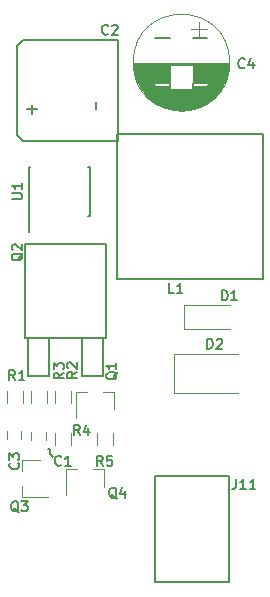
<source format=gto>
%TF.GenerationSoftware,KiCad,Pcbnew,4.0.7*%
%TF.CreationDate,2017-11-16T21:22:26+08:00*%
%TF.ProjectId,nixie_tube,6E697869655F747562652E6B69636164,rev?*%
%TF.FileFunction,Legend,Top*%
%FSLAX46Y46*%
G04 Gerber Fmt 4.6, Leading zero omitted, Abs format (unit mm)*
G04 Created by KiCad (PCBNEW 4.0.7) date 11/16/17 21:22:26*
%MOMM*%
%LPD*%
G01*
G04 APERTURE LIST*
%ADD10C,0.100000*%
%ADD11C,0.153000*%
%ADD12C,0.150000*%
%ADD13C,0.120000*%
G04 APERTURE END LIST*
D10*
D11*
X4100000Y-45050000D02*
X3950000Y-45050000D01*
X4100000Y-45500000D02*
X4100000Y-45050000D01*
X4100000Y-45500000D02*
X4400000Y-45750000D01*
D12*
X6811000Y-35676000D02*
X6811000Y-38851000D01*
X6811000Y-38851000D02*
X8589000Y-38851000D01*
X8589000Y-38851000D02*
X8589000Y-35676000D01*
X2239000Y-35676000D02*
X2239000Y-38851000D01*
X2239000Y-38851000D02*
X4017000Y-38851000D01*
X4017000Y-38851000D02*
X4017000Y-35676000D01*
X8843000Y-29580000D02*
X8843000Y-35676000D01*
X8843000Y-35676000D02*
X1985000Y-35676000D01*
X1985000Y-35676000D02*
X1985000Y-27802000D01*
X1985000Y-27675000D02*
X8843000Y-27675000D01*
X8843000Y-27802000D02*
X8843000Y-29580000D01*
X18860000Y-14220000D02*
X17510000Y-14220000D01*
X11660000Y-14220000D02*
X13060000Y-14220000D01*
X14260000Y-14070000D02*
X14260000Y-14370000D01*
X16260000Y-14080000D02*
X16260000Y-14470000D01*
X14260000Y-10220000D02*
X13060000Y-10220000D01*
X17460000Y-10220000D02*
X16260000Y-10220000D01*
D13*
X19350000Y-12345000D02*
G75*
G03X19350000Y-12345000I-4090000J0D01*
G01*
X19310000Y-12345000D02*
X11210000Y-12345000D01*
X19310000Y-12385000D02*
X11210000Y-12385000D01*
X19310000Y-12425000D02*
X11210000Y-12425000D01*
X19309000Y-12465000D02*
X11211000Y-12465000D01*
X19307000Y-12505000D02*
X11213000Y-12505000D01*
X19306000Y-12545000D02*
X11214000Y-12545000D01*
X19303000Y-12585000D02*
X11217000Y-12585000D01*
X19301000Y-12625000D02*
X16240000Y-12625000D01*
X14280000Y-12625000D02*
X11219000Y-12625000D01*
X19298000Y-12665000D02*
X16240000Y-12665000D01*
X14280000Y-12665000D02*
X11222000Y-12665000D01*
X19295000Y-12705000D02*
X16240000Y-12705000D01*
X14280000Y-12705000D02*
X11225000Y-12705000D01*
X19291000Y-12745000D02*
X16240000Y-12745000D01*
X14280000Y-12745000D02*
X11229000Y-12745000D01*
X19287000Y-12785000D02*
X16240000Y-12785000D01*
X14280000Y-12785000D02*
X11233000Y-12785000D01*
X19282000Y-12825000D02*
X16240000Y-12825000D01*
X14280000Y-12825000D02*
X11238000Y-12825000D01*
X19277000Y-12865000D02*
X16240000Y-12865000D01*
X14280000Y-12865000D02*
X11243000Y-12865000D01*
X19272000Y-12905000D02*
X16240000Y-12905000D01*
X14280000Y-12905000D02*
X11248000Y-12905000D01*
X19266000Y-12945000D02*
X16240000Y-12945000D01*
X14280000Y-12945000D02*
X11254000Y-12945000D01*
X19260000Y-12985000D02*
X16240000Y-12985000D01*
X14280000Y-12985000D02*
X11260000Y-12985000D01*
X19254000Y-13025000D02*
X16240000Y-13025000D01*
X14280000Y-13025000D02*
X11266000Y-13025000D01*
X19247000Y-13066000D02*
X16240000Y-13066000D01*
X14280000Y-13066000D02*
X11273000Y-13066000D01*
X19239000Y-13106000D02*
X16240000Y-13106000D01*
X14280000Y-13106000D02*
X11281000Y-13106000D01*
X19231000Y-13146000D02*
X16240000Y-13146000D01*
X14280000Y-13146000D02*
X11289000Y-13146000D01*
X19223000Y-13186000D02*
X16240000Y-13186000D01*
X14280000Y-13186000D02*
X11297000Y-13186000D01*
X19215000Y-13226000D02*
X16240000Y-13226000D01*
X14280000Y-13226000D02*
X11305000Y-13226000D01*
X19206000Y-13266000D02*
X16240000Y-13266000D01*
X14280000Y-13266000D02*
X11314000Y-13266000D01*
X19196000Y-13306000D02*
X16240000Y-13306000D01*
X14280000Y-13306000D02*
X11324000Y-13306000D01*
X19186000Y-13346000D02*
X16240000Y-13346000D01*
X14280000Y-13346000D02*
X11334000Y-13346000D01*
X19176000Y-13386000D02*
X16240000Y-13386000D01*
X14280000Y-13386000D02*
X11344000Y-13386000D01*
X19165000Y-13426000D02*
X16240000Y-13426000D01*
X14280000Y-13426000D02*
X11355000Y-13426000D01*
X19154000Y-13466000D02*
X16240000Y-13466000D01*
X14280000Y-13466000D02*
X11366000Y-13466000D01*
X19143000Y-13506000D02*
X16240000Y-13506000D01*
X14280000Y-13506000D02*
X11377000Y-13506000D01*
X19130000Y-13546000D02*
X16240000Y-13546000D01*
X14280000Y-13546000D02*
X11390000Y-13546000D01*
X19118000Y-13586000D02*
X16240000Y-13586000D01*
X14280000Y-13586000D02*
X11402000Y-13586000D01*
X19105000Y-13626000D02*
X16240000Y-13626000D01*
X14280000Y-13626000D02*
X11415000Y-13626000D01*
X19092000Y-13666000D02*
X16240000Y-13666000D01*
X14280000Y-13666000D02*
X11428000Y-13666000D01*
X19078000Y-13706000D02*
X16240000Y-13706000D01*
X14280000Y-13706000D02*
X11442000Y-13706000D01*
X19063000Y-13746000D02*
X16240000Y-13746000D01*
X14280000Y-13746000D02*
X11457000Y-13746000D01*
X19049000Y-13786000D02*
X16240000Y-13786000D01*
X14280000Y-13786000D02*
X11471000Y-13786000D01*
X19033000Y-13826000D02*
X16240000Y-13826000D01*
X14280000Y-13826000D02*
X11487000Y-13826000D01*
X19018000Y-13866000D02*
X16240000Y-13866000D01*
X14280000Y-13866000D02*
X11502000Y-13866000D01*
X19001000Y-13906000D02*
X16240000Y-13906000D01*
X14280000Y-13906000D02*
X11519000Y-13906000D01*
X18985000Y-13946000D02*
X16240000Y-13946000D01*
X14280000Y-13946000D02*
X11535000Y-13946000D01*
X18967000Y-13986000D02*
X16240000Y-13986000D01*
X14280000Y-13986000D02*
X11553000Y-13986000D01*
X18950000Y-14026000D02*
X16240000Y-14026000D01*
X14280000Y-14026000D02*
X11570000Y-14026000D01*
X18931000Y-14066000D02*
X16240000Y-14066000D01*
X14280000Y-14066000D02*
X11589000Y-14066000D01*
X18912000Y-14106000D02*
X16240000Y-14106000D01*
X14280000Y-14106000D02*
X11608000Y-14106000D01*
X18788000Y-14346000D02*
X16240000Y-14346000D01*
X14280000Y-14346000D02*
X11732000Y-14346000D01*
X18765000Y-14386000D02*
X16240000Y-14386000D01*
X14280000Y-14386000D02*
X11755000Y-14386000D01*
X18742000Y-14426000D02*
X16240000Y-14426000D01*
X14280000Y-14426000D02*
X11778000Y-14426000D01*
X18718000Y-14466000D02*
X16240000Y-14466000D01*
X14280000Y-14466000D02*
X11802000Y-14466000D01*
X18694000Y-14506000D02*
X16240000Y-14506000D01*
X14280000Y-14506000D02*
X11826000Y-14506000D01*
X18668000Y-14546000D02*
X16240000Y-14546000D01*
X14280000Y-14546000D02*
X11852000Y-14546000D01*
X18643000Y-14586000D02*
X11877000Y-14586000D01*
X18616000Y-14626000D02*
X11904000Y-14626000D01*
X18589000Y-14666000D02*
X11931000Y-14666000D01*
X18561000Y-14706000D02*
X11959000Y-14706000D01*
X18532000Y-14746000D02*
X11988000Y-14746000D01*
X18503000Y-14786000D02*
X12017000Y-14786000D01*
X18473000Y-14826000D02*
X12047000Y-14826000D01*
X18442000Y-14866000D02*
X12078000Y-14866000D01*
X18410000Y-14906000D02*
X12110000Y-14906000D01*
X18378000Y-14946000D02*
X12142000Y-14946000D01*
X18344000Y-14986000D02*
X12176000Y-14986000D01*
X18310000Y-15026000D02*
X12210000Y-15026000D01*
X18275000Y-15066000D02*
X12245000Y-15066000D01*
X18239000Y-15106000D02*
X12281000Y-15106000D01*
X18202000Y-15146000D02*
X12318000Y-15146000D01*
X18164000Y-15186000D02*
X12356000Y-15186000D01*
X18125000Y-15226000D02*
X12395000Y-15226000D01*
X18084000Y-15266000D02*
X12436000Y-15266000D01*
X18043000Y-15306000D02*
X12477000Y-15306000D01*
X18000000Y-15346000D02*
X12520000Y-15346000D01*
X17957000Y-15386000D02*
X12563000Y-15386000D01*
X17912000Y-15426000D02*
X12608000Y-15426000D01*
X17865000Y-15466000D02*
X12655000Y-15466000D01*
X17817000Y-15506000D02*
X12703000Y-15506000D01*
X17768000Y-15546000D02*
X12752000Y-15546000D01*
X17717000Y-15586000D02*
X12803000Y-15586000D01*
X17664000Y-15626000D02*
X12856000Y-15626000D01*
X17609000Y-15666000D02*
X12911000Y-15666000D01*
X17553000Y-15706000D02*
X12967000Y-15706000D01*
X17494000Y-15746000D02*
X13026000Y-15746000D01*
X17433000Y-15786000D02*
X13087000Y-15786000D01*
X17369000Y-15826000D02*
X13151000Y-15826000D01*
X17303000Y-15866000D02*
X13217000Y-15866000D01*
X17234000Y-15906000D02*
X13286000Y-15906000D01*
X17162000Y-15946000D02*
X13358000Y-15946000D01*
X17086000Y-15986000D02*
X13434000Y-15986000D01*
X17005000Y-16026000D02*
X13515000Y-16026000D01*
X16920000Y-16066000D02*
X13600000Y-16066000D01*
X16830000Y-16106000D02*
X13690000Y-16106000D01*
X16733000Y-16146000D02*
X13787000Y-16146000D01*
X16629000Y-16186000D02*
X13891000Y-16186000D01*
X16514000Y-16226000D02*
X14006000Y-16226000D01*
X16387000Y-16266000D02*
X14133000Y-16266000D01*
X16243000Y-16306000D02*
X14277000Y-16306000D01*
X16074000Y-16346000D02*
X14446000Y-16346000D01*
X15858000Y-16386000D02*
X14662000Y-16386000D01*
X15506000Y-16426000D02*
X15014000Y-16426000D01*
X16740000Y-8865000D02*
X16740000Y-10065000D01*
X17390000Y-9465000D02*
X16090000Y-9465000D01*
D12*
X9870000Y-10450000D02*
X9370000Y-10450000D01*
X9870000Y-10950000D02*
X9870000Y-10450000D01*
X9870000Y-18950000D02*
X9870000Y-18450000D01*
X9370000Y-18950000D02*
X9870000Y-18950000D01*
X1870000Y-18950000D02*
X9370000Y-18950000D01*
X1370000Y-10950000D02*
X1370000Y-18450000D01*
X9370000Y-10450000D02*
X1870000Y-10450000D01*
X9870000Y-18450000D02*
X9870000Y-10950000D01*
X1370000Y-10950000D02*
X1870000Y-10450000D01*
X1370000Y-18450000D02*
X1370000Y-18450000D01*
X8020000Y-16300000D02*
X8020000Y-15700000D01*
X2220000Y-16300000D02*
X3020000Y-16300000D01*
X2620000Y-16700000D02*
X2620000Y-15900000D01*
X1370000Y-18450000D02*
X1870000Y-18950000D01*
X19280000Y-47310000D02*
X12980000Y-47310000D01*
X12980000Y-56310000D02*
X19280000Y-56310000D01*
X19280000Y-56310000D02*
X19280000Y-47310000D01*
X12980000Y-56310000D02*
X12980000Y-47310000D01*
X2325000Y-25325000D02*
X2375000Y-25325000D01*
X2325000Y-21175000D02*
X2470000Y-21175000D01*
X7475000Y-21175000D02*
X7330000Y-21175000D01*
X7475000Y-25325000D02*
X7330000Y-25325000D01*
X2325000Y-25325000D02*
X2325000Y-21175000D01*
X7475000Y-25325000D02*
X7475000Y-21175000D01*
X2375000Y-25325000D02*
X2375000Y-26725000D01*
X9830000Y-30700000D02*
X22130000Y-30700000D01*
X9830000Y-18400000D02*
X9830000Y-30700000D01*
X22130000Y-18400000D02*
X9830000Y-18400000D01*
X22130000Y-30700000D02*
X22130000Y-18400000D01*
D13*
X9530000Y-40240000D02*
X8600000Y-40240000D01*
X6370000Y-40240000D02*
X7300000Y-40240000D01*
X6370000Y-40240000D02*
X6370000Y-42400000D01*
X9530000Y-40240000D02*
X9530000Y-41700000D01*
X15450000Y-32900000D02*
X15450000Y-34900000D01*
X15450000Y-34900000D02*
X19350000Y-34900000D01*
X15450000Y-32900000D02*
X19350000Y-32900000D01*
X14650000Y-37050000D02*
X14650000Y-40350000D01*
X14650000Y-40350000D02*
X20050000Y-40350000D01*
X14650000Y-37050000D02*
X20050000Y-37050000D01*
X2550000Y-44300000D02*
X2550000Y-43600000D01*
X3750000Y-43600000D02*
X3750000Y-44300000D01*
X500000Y-44250000D02*
X500000Y-43550000D01*
X1700000Y-43550000D02*
X1700000Y-44250000D01*
X520000Y-41175000D02*
X520000Y-40175000D01*
X1880000Y-40175000D02*
X1880000Y-41175000D01*
X5880000Y-40175000D02*
X5880000Y-41175000D01*
X4520000Y-41175000D02*
X4520000Y-40175000D01*
X2520000Y-41175000D02*
X2520000Y-40175000D01*
X3880000Y-40175000D02*
X3880000Y-41175000D01*
X1790000Y-45970000D02*
X1790000Y-46900000D01*
X1790000Y-49130000D02*
X1790000Y-48200000D01*
X1790000Y-49130000D02*
X3950000Y-49130000D01*
X1790000Y-45970000D02*
X3250000Y-45970000D01*
X5880000Y-43700000D02*
X5880000Y-44700000D01*
X4520000Y-44700000D02*
X4520000Y-43700000D01*
X8120000Y-44700000D02*
X8120000Y-43700000D01*
X9480000Y-43700000D02*
X9480000Y-44700000D01*
X8680000Y-46790000D02*
X7750000Y-46790000D01*
X5520000Y-46790000D02*
X6450000Y-46790000D01*
X5520000Y-46790000D02*
X5520000Y-48950000D01*
X8680000Y-46790000D02*
X8680000Y-48250000D01*
D11*
X1815476Y-28480952D02*
X1775000Y-28561905D01*
X1694048Y-28642857D01*
X1572619Y-28764286D01*
X1532143Y-28845238D01*
X1532143Y-28926190D01*
X1734524Y-28885714D02*
X1694048Y-28966667D01*
X1613095Y-29047619D01*
X1451190Y-29088095D01*
X1167857Y-29088095D01*
X1005952Y-29047619D01*
X925000Y-28966667D01*
X884524Y-28885714D01*
X884524Y-28723810D01*
X925000Y-28642857D01*
X1005952Y-28561905D01*
X1167857Y-28521429D01*
X1451190Y-28521429D01*
X1613095Y-28561905D01*
X1694048Y-28642857D01*
X1734524Y-28723810D01*
X1734524Y-28885714D01*
X965476Y-28197619D02*
X925000Y-28157143D01*
X884524Y-28076191D01*
X884524Y-27873810D01*
X925000Y-27792857D01*
X965476Y-27752381D01*
X1046429Y-27711905D01*
X1127381Y-27711905D01*
X1248810Y-27752381D01*
X1734524Y-28238095D01*
X1734524Y-27711905D01*
X20608333Y-12753571D02*
X20567857Y-12794048D01*
X20446428Y-12834524D01*
X20365476Y-12834524D01*
X20244048Y-12794048D01*
X20163095Y-12713095D01*
X20122619Y-12632143D01*
X20082143Y-12470238D01*
X20082143Y-12348810D01*
X20122619Y-12186905D01*
X20163095Y-12105952D01*
X20244048Y-12025000D01*
X20365476Y-11984524D01*
X20446428Y-11984524D01*
X20567857Y-12025000D01*
X20608333Y-12065476D01*
X21336905Y-12267857D02*
X21336905Y-12834524D01*
X21134524Y-11944048D02*
X20932143Y-12551190D01*
X21458333Y-12551190D01*
X9058333Y-9903571D02*
X9017857Y-9944048D01*
X8896428Y-9984524D01*
X8815476Y-9984524D01*
X8694048Y-9944048D01*
X8613095Y-9863095D01*
X8572619Y-9782143D01*
X8532143Y-9620238D01*
X8532143Y-9498810D01*
X8572619Y-9336905D01*
X8613095Y-9255952D01*
X8694048Y-9175000D01*
X8815476Y-9134524D01*
X8896428Y-9134524D01*
X9017857Y-9175000D01*
X9058333Y-9215476D01*
X9382143Y-9215476D02*
X9422619Y-9175000D01*
X9503571Y-9134524D01*
X9705952Y-9134524D01*
X9786905Y-9175000D01*
X9827381Y-9215476D01*
X9867857Y-9296429D01*
X9867857Y-9377381D01*
X9827381Y-9498810D01*
X9341667Y-9984524D01*
X9867857Y-9984524D01*
X19861905Y-47634524D02*
X19861905Y-48241667D01*
X19821429Y-48363095D01*
X19740477Y-48444048D01*
X19619048Y-48484524D01*
X19538096Y-48484524D01*
X20711905Y-48484524D02*
X20226191Y-48484524D01*
X20469048Y-48484524D02*
X20469048Y-47634524D01*
X20388096Y-47755952D01*
X20307143Y-47836905D01*
X20226191Y-47877381D01*
X21521429Y-48484524D02*
X21035715Y-48484524D01*
X21278572Y-48484524D02*
X21278572Y-47634524D01*
X21197620Y-47755952D01*
X21116667Y-47836905D01*
X21035715Y-47877381D01*
X934524Y-23897619D02*
X1622619Y-23897619D01*
X1703571Y-23857143D01*
X1744048Y-23816667D01*
X1784524Y-23735714D01*
X1784524Y-23573810D01*
X1744048Y-23492857D01*
X1703571Y-23452381D01*
X1622619Y-23411905D01*
X934524Y-23411905D01*
X1784524Y-22561905D02*
X1784524Y-23047619D01*
X1784524Y-22804762D02*
X934524Y-22804762D01*
X1055952Y-22885714D01*
X1136905Y-22966667D01*
X1177381Y-23047619D01*
X14608334Y-31884524D02*
X14203572Y-31884524D01*
X14203572Y-31034524D01*
X15336905Y-31884524D02*
X14851191Y-31884524D01*
X15094048Y-31884524D02*
X15094048Y-31034524D01*
X15013096Y-31155952D01*
X14932143Y-31236905D01*
X14851191Y-31277381D01*
X9815476Y-38530952D02*
X9775000Y-38611905D01*
X9694048Y-38692857D01*
X9572619Y-38814286D01*
X9532143Y-38895238D01*
X9532143Y-38976190D01*
X9734524Y-38935714D02*
X9694048Y-39016667D01*
X9613095Y-39097619D01*
X9451190Y-39138095D01*
X9167857Y-39138095D01*
X9005952Y-39097619D01*
X8925000Y-39016667D01*
X8884524Y-38935714D01*
X8884524Y-38773810D01*
X8925000Y-38692857D01*
X9005952Y-38611905D01*
X9167857Y-38571429D01*
X9451190Y-38571429D01*
X9613095Y-38611905D01*
X9694048Y-38692857D01*
X9734524Y-38773810D01*
X9734524Y-38935714D01*
X9734524Y-37761905D02*
X9734524Y-38247619D01*
X9734524Y-38004762D02*
X8884524Y-38004762D01*
X9005952Y-38085714D01*
X9086905Y-38166667D01*
X9127381Y-38247619D01*
X18672619Y-32484524D02*
X18672619Y-31634524D01*
X18875000Y-31634524D01*
X18996428Y-31675000D01*
X19077381Y-31755952D01*
X19117857Y-31836905D01*
X19158333Y-31998810D01*
X19158333Y-32120238D01*
X19117857Y-32282143D01*
X19077381Y-32363095D01*
X18996428Y-32444048D01*
X18875000Y-32484524D01*
X18672619Y-32484524D01*
X19967857Y-32484524D02*
X19482143Y-32484524D01*
X19725000Y-32484524D02*
X19725000Y-31634524D01*
X19644048Y-31755952D01*
X19563095Y-31836905D01*
X19482143Y-31877381D01*
X17422619Y-36584524D02*
X17422619Y-35734524D01*
X17625000Y-35734524D01*
X17746428Y-35775000D01*
X17827381Y-35855952D01*
X17867857Y-35936905D01*
X17908333Y-36098810D01*
X17908333Y-36220238D01*
X17867857Y-36382143D01*
X17827381Y-36463095D01*
X17746428Y-36544048D01*
X17625000Y-36584524D01*
X17422619Y-36584524D01*
X18232143Y-35815476D02*
X18272619Y-35775000D01*
X18353571Y-35734524D01*
X18555952Y-35734524D01*
X18636905Y-35775000D01*
X18677381Y-35815476D01*
X18717857Y-35896429D01*
X18717857Y-35977381D01*
X18677381Y-36098810D01*
X18191667Y-36584524D01*
X18717857Y-36584524D01*
X5058333Y-46403571D02*
X5017857Y-46444048D01*
X4896428Y-46484524D01*
X4815476Y-46484524D01*
X4694048Y-46444048D01*
X4613095Y-46363095D01*
X4572619Y-46282143D01*
X4532143Y-46120238D01*
X4532143Y-45998810D01*
X4572619Y-45836905D01*
X4613095Y-45755952D01*
X4694048Y-45675000D01*
X4815476Y-45634524D01*
X4896428Y-45634524D01*
X5017857Y-45675000D01*
X5058333Y-45715476D01*
X5867857Y-46484524D02*
X5382143Y-46484524D01*
X5625000Y-46484524D02*
X5625000Y-45634524D01*
X5544048Y-45755952D01*
X5463095Y-45836905D01*
X5382143Y-45877381D01*
X1453571Y-46241667D02*
X1494048Y-46282143D01*
X1534524Y-46403572D01*
X1534524Y-46484524D01*
X1494048Y-46605952D01*
X1413095Y-46686905D01*
X1332143Y-46727381D01*
X1170238Y-46767857D01*
X1048810Y-46767857D01*
X886905Y-46727381D01*
X805952Y-46686905D01*
X725000Y-46605952D01*
X684524Y-46484524D01*
X684524Y-46403572D01*
X725000Y-46282143D01*
X765476Y-46241667D01*
X684524Y-45958333D02*
X684524Y-45432143D01*
X1008333Y-45715476D01*
X1008333Y-45594048D01*
X1048810Y-45513095D01*
X1089286Y-45472619D01*
X1170238Y-45432143D01*
X1372619Y-45432143D01*
X1453571Y-45472619D01*
X1494048Y-45513095D01*
X1534524Y-45594048D01*
X1534524Y-45836905D01*
X1494048Y-45917857D01*
X1453571Y-45958333D01*
X1158333Y-39234524D02*
X875000Y-38829762D01*
X672619Y-39234524D02*
X672619Y-38384524D01*
X996428Y-38384524D01*
X1077381Y-38425000D01*
X1117857Y-38465476D01*
X1158333Y-38546429D01*
X1158333Y-38667857D01*
X1117857Y-38748810D01*
X1077381Y-38789286D01*
X996428Y-38829762D01*
X672619Y-38829762D01*
X1967857Y-39234524D02*
X1482143Y-39234524D01*
X1725000Y-39234524D02*
X1725000Y-38384524D01*
X1644048Y-38505952D01*
X1563095Y-38586905D01*
X1482143Y-38627381D01*
X6434524Y-38541667D02*
X6029762Y-38825000D01*
X6434524Y-39027381D02*
X5584524Y-39027381D01*
X5584524Y-38703572D01*
X5625000Y-38622619D01*
X5665476Y-38582143D01*
X5746429Y-38541667D01*
X5867857Y-38541667D01*
X5948810Y-38582143D01*
X5989286Y-38622619D01*
X6029762Y-38703572D01*
X6029762Y-39027381D01*
X5665476Y-38217857D02*
X5625000Y-38177381D01*
X5584524Y-38096429D01*
X5584524Y-37894048D01*
X5625000Y-37813095D01*
X5665476Y-37772619D01*
X5746429Y-37732143D01*
X5827381Y-37732143D01*
X5948810Y-37772619D01*
X6434524Y-38258333D01*
X6434524Y-37732143D01*
X5284524Y-38591667D02*
X4879762Y-38875000D01*
X5284524Y-39077381D02*
X4434524Y-39077381D01*
X4434524Y-38753572D01*
X4475000Y-38672619D01*
X4515476Y-38632143D01*
X4596429Y-38591667D01*
X4717857Y-38591667D01*
X4798810Y-38632143D01*
X4839286Y-38672619D01*
X4879762Y-38753572D01*
X4879762Y-39077381D01*
X4434524Y-38308333D02*
X4434524Y-37782143D01*
X4758333Y-38065476D01*
X4758333Y-37944048D01*
X4798810Y-37863095D01*
X4839286Y-37822619D01*
X4920238Y-37782143D01*
X5122619Y-37782143D01*
X5203571Y-37822619D01*
X5244048Y-37863095D01*
X5284524Y-37944048D01*
X5284524Y-38186905D01*
X5244048Y-38267857D01*
X5203571Y-38308333D01*
X1469048Y-50415476D02*
X1388095Y-50375000D01*
X1307143Y-50294048D01*
X1185714Y-50172619D01*
X1104762Y-50132143D01*
X1023810Y-50132143D01*
X1064286Y-50334524D02*
X983333Y-50294048D01*
X902381Y-50213095D01*
X861905Y-50051190D01*
X861905Y-49767857D01*
X902381Y-49605952D01*
X983333Y-49525000D01*
X1064286Y-49484524D01*
X1226190Y-49484524D01*
X1307143Y-49525000D01*
X1388095Y-49605952D01*
X1428571Y-49767857D01*
X1428571Y-50051190D01*
X1388095Y-50213095D01*
X1307143Y-50294048D01*
X1226190Y-50334524D01*
X1064286Y-50334524D01*
X1711905Y-49484524D02*
X2238095Y-49484524D01*
X1954762Y-49808333D01*
X2076190Y-49808333D01*
X2157143Y-49848810D01*
X2197619Y-49889286D01*
X2238095Y-49970238D01*
X2238095Y-50172619D01*
X2197619Y-50253571D01*
X2157143Y-50294048D01*
X2076190Y-50334524D01*
X1833333Y-50334524D01*
X1752381Y-50294048D01*
X1711905Y-50253571D01*
X6658333Y-43884524D02*
X6375000Y-43479762D01*
X6172619Y-43884524D02*
X6172619Y-43034524D01*
X6496428Y-43034524D01*
X6577381Y-43075000D01*
X6617857Y-43115476D01*
X6658333Y-43196429D01*
X6658333Y-43317857D01*
X6617857Y-43398810D01*
X6577381Y-43439286D01*
X6496428Y-43479762D01*
X6172619Y-43479762D01*
X7386905Y-43317857D02*
X7386905Y-43884524D01*
X7184524Y-42994048D02*
X6982143Y-43601190D01*
X7508333Y-43601190D01*
X8608333Y-46484524D02*
X8325000Y-46079762D01*
X8122619Y-46484524D02*
X8122619Y-45634524D01*
X8446428Y-45634524D01*
X8527381Y-45675000D01*
X8567857Y-45715476D01*
X8608333Y-45796429D01*
X8608333Y-45917857D01*
X8567857Y-45998810D01*
X8527381Y-46039286D01*
X8446428Y-46079762D01*
X8122619Y-46079762D01*
X9377381Y-45634524D02*
X8972619Y-45634524D01*
X8932143Y-46039286D01*
X8972619Y-45998810D01*
X9053571Y-45958333D01*
X9255952Y-45958333D01*
X9336905Y-45998810D01*
X9377381Y-46039286D01*
X9417857Y-46120238D01*
X9417857Y-46322619D01*
X9377381Y-46403571D01*
X9336905Y-46444048D01*
X9255952Y-46484524D01*
X9053571Y-46484524D01*
X8972619Y-46444048D01*
X8932143Y-46403571D01*
X9769048Y-49265476D02*
X9688095Y-49225000D01*
X9607143Y-49144048D01*
X9485714Y-49022619D01*
X9404762Y-48982143D01*
X9323810Y-48982143D01*
X9364286Y-49184524D02*
X9283333Y-49144048D01*
X9202381Y-49063095D01*
X9161905Y-48901190D01*
X9161905Y-48617857D01*
X9202381Y-48455952D01*
X9283333Y-48375000D01*
X9364286Y-48334524D01*
X9526190Y-48334524D01*
X9607143Y-48375000D01*
X9688095Y-48455952D01*
X9728571Y-48617857D01*
X9728571Y-48901190D01*
X9688095Y-49063095D01*
X9607143Y-49144048D01*
X9526190Y-49184524D01*
X9364286Y-49184524D01*
X10457143Y-48617857D02*
X10457143Y-49184524D01*
X10254762Y-48294048D02*
X10052381Y-48901190D01*
X10578571Y-48901190D01*
M02*

</source>
